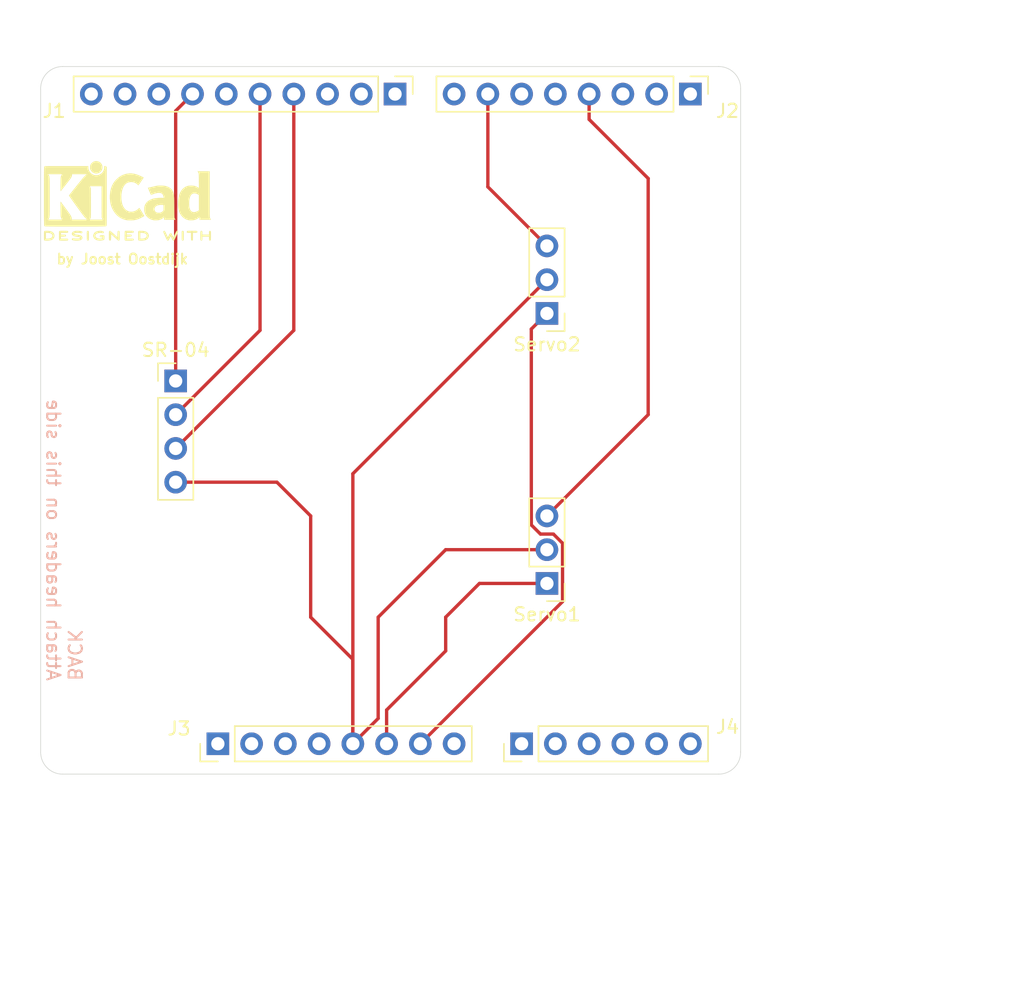
<source format=kicad_pcb>
(kicad_pcb (version 20221018) (generator pcbnew)
  (layers (0 "F.Cu" signal) (31 "B.Cu" signal) (34 "B.Paste" user) (35 "F.Paste" user) (36 "B.SilkS" user "B.Silkscreen") (37 "F.SilkS" user "F.Silkscreen") (38 "B.Mask" user) (39 "F.Mask" user) (44 "Edge.Cuts" user))
  (net 0 "")
  (net 1 "/arduino-uno-connectors/SDL")
  (net 2 "/arduino-uno-connectors/SDA")
  (net 3 "/arduino-uno-connectors/AREF")
  (net 4 "/arduino-uno-connectors/GND")
  (net 5 "/arduino-uno-connectors/13")
  (net 6 "/arduino-uno-connectors/12")
  (net 7 "/arduino-uno-connectors/11(PWM)")
  (net 8 "/arduino-uno-connectors/10(PWM)")
  (net 9 "/arduino-uno-connectors/9(PWM)")
  (net 10 "/arduino-uno-connectors/8")
  (net 11 "/arduino-uno-connectors/7")
  (net 12 "/arduino-uno-connectors/6(PWM)")
  (net 13 "/arduino-uno-connectors/5(PWM)")
  (net 14 "/arduino-uno-connectors/4")
  (net 15 "/arduino-uno-connectors/3(PWM)")
  (net 16 "/arduino-uno-connectors/2")
  (net 17 "/arduino-uno-connectors/Tx")
  (net 18 "/arduino-uno-connectors/Rx")
  (net 19 "/arduino-uno-connectors/Vin")
  (net 20 "/arduino-uno-connectors/5V")
  (net 21 "/arduino-uno-connectors/3.3V")
  (net 22 "/arduino-uno-connectors/RESET")
  (net 23 "/arduino-uno-connectors/IOREF")
  (net 25 "/arduino-uno-connectors/A5")
  (net 26 "/arduino-uno-connectors/A4")
  (net 27 "/arduino-uno-connectors/A3")
  (net 28 "/arduino-uno-connectors/A2")
  (net 29 "/arduino-uno-connectors/A1")
  (net 30 "/arduino-uno-connectors/A0")
  (footprint "Connector_PinHeader_2.54mm:PinHeader_1x10_P2.54mm_Vertical" (layer "F.Cu") (at 173.99 52.07 -90)
    (fp_text reference "J1" (at 1.27 25.654 180) (layer "F.SilkS"))
    (fp_text value "Digital")
    (pad "1" thru_hole rect (at 0 0 270) (size 1.7 1.7) (drill 1) (layers "*.Cu" "*.Mask") (net 10 "/arduino-uno-connectors/8"))
    (pad "2" thru_hole oval (at 0 2.54 270) (size 1.7 1.7) (drill 1) (layers "*.Cu" "*.Mask") (net 9 "/arduino-uno-connectors/9(PWM)"))
    (pad "3" thru_hole oval (at 0 5.08 270) (size 1.7 1.7) (drill 1) (layers "*.Cu" "*.Mask") (net 8 "/arduino-uno-connectors/10(PWM)"))
    (pad "4" thru_hole oval (at 0 7.62 270) (size 1.7 1.7) (drill 1) (layers "*.Cu" "*.Mask") (net 7 "/arduino-uno-connectors/11(PWM)"))
    (pad "5" thru_hole oval (at 0 10.16 270) (size 1.7 1.7) (drill 1) (layers "*.Cu" "*.Mask") (net 6 "/arduino-uno-connectors/12"))
    (pad "6" thru_hole oval (at 0 12.7 270) (size 1.7 1.7) (drill 1) (layers "*.Cu" "*.Mask") (net 5 "/arduino-uno-connectors/13"))
    (pad "7" thru_hole oval (at 0 15.24 270) (size 1.7 1.7) (drill 1) (layers "*.Cu" "*.Mask") (net 4 "/arduino-uno-connectors/GND"))
    (pad "8" thru_hole oval (at 0 17.78 270) (size 1.7 1.7) (drill 1) (layers "*.Cu" "*.Mask") (net 3 "/arduino-uno-connectors/AREF"))
    (pad "9" thru_hole oval (at 0 20.32 270) (size 1.7 1.7) (drill 1) (layers "*.Cu" "*.Mask") (net 2 "/arduino-uno-connectors/SDA"))
    (pad "10" thru_hole oval (at 0 22.86 270) (size 1.7 1.7) (drill 1) (layers "*.Cu" "*.Mask") (net 1 "/arduino-uno-connectors/SDL"))
  )
  (footprint "Connector_PinHeader_2.54mm:PinHeader_1x08_P2.54mm_Vertical" (layer "F.Cu") (at 196.215 52.07 -90)
    (fp_text reference "J2" (at 1.27 -2.794 180) (layer "F.SilkS"))
    (fp_text value "Digital")
    (pad "1" thru_hole rect (at 0 0 270) (size 1.7 1.7) (drill 1) (layers "*.Cu" "*.Mask") (net 18 "/arduino-uno-connectors/Rx"))
    (pad "2" thru_hole oval (at 0 2.54 270) (size 1.7 1.7) (drill 1) (layers "*.Cu" "*.Mask") (net 17 "/arduino-uno-connectors/Tx"))
    (pad "3" thru_hole oval (at 0 5.08 270) (size 1.7 1.7) (drill 1) (layers "*.Cu" "*.Mask") (net 16 "/arduino-uno-connectors/2"))
    (pad "4" thru_hole oval (at 0 7.62 270) (size 1.7 1.7) (drill 1) (layers "*.Cu" "*.Mask") (net 15 "/arduino-uno-connectors/3(PWM)"))
    (pad "5" thru_hole oval (at 0 10.16 270) (size 1.7 1.7) (drill 1) (layers "*.Cu" "*.Mask") (net 14 "/arduino-uno-connectors/4"))
    (pad "6" thru_hole oval (at 0 12.7 270) (size 1.7 1.7) (drill 1) (layers "*.Cu" "*.Mask") (net 13 "/arduino-uno-connectors/5(PWM)"))
    (pad "7" thru_hole oval (at 0 15.24 270) (size 1.7 1.7) (drill 1) (layers "*.Cu" "*.Mask") (net 12 "/arduino-uno-connectors/6(PWM)"))
    (pad "8" thru_hole oval (at 0 17.78 270) (size 1.7 1.7) (drill 1) (layers "*.Cu" "*.Mask") (net 11 "/arduino-uno-connectors/7"))
  )
  (footprint "Connector_PinHeader_2.54mm:PinHeader_1x08_P2.54mm_Vertical" (layer "F.Cu") (at 160.655 100.965 90)
    (fp_text reference "J3" (at 1.143 -2.921 180) (layer "F.SilkS"))
    (fp_text value "POWER")
    (pad "1" thru_hole rect (at 0 0 90) (size 1.7 1.7) (drill 1) (layers "*.Cu" "*.Mask"))
    (pad "2" thru_hole oval (at 0 2.54 90) (size 1.7 1.7) (drill 1) (layers "*.Cu" "*.Mask") (net 23 "/arduino-uno-connectors/IOREF"))
    (pad "3" thru_hole oval (at 0 5.08 90) (size 1.7 1.7) (drill 1) (layers "*.Cu" "*.Mask") (net 22 "/arduino-uno-connectors/RESET"))
    (pad "4" thru_hole oval (at 0 7.62 90) (size 1.7 1.7) (drill 1) (layers "*.Cu" "*.Mask") (net 21 "/arduino-uno-connectors/3.3V"))
    (pad "5" thru_hole oval (at 0 10.16 90) (size 1.7 1.7) (drill 1) (layers "*.Cu" "*.Mask") (net 20 "/arduino-uno-connectors/5V"))
    (pad "6" thru_hole oval (at 0 12.7 90) (size 1.7 1.7) (drill 1) (layers "*.Cu" "*.Mask") (net 4 "/arduino-uno-connectors/GND"))
    (pad "7" thru_hole oval (at 0 15.24 90) (size 1.7 1.7) (drill 1) (layers "*.Cu" "*.Mask") (net 4 "/arduino-uno-connectors/GND"))
    (pad "8" thru_hole oval (at 0 17.78 90) (size 1.7 1.7) (drill 1) (layers "*.Cu" "*.Mask") (net 19 "/arduino-uno-connectors/Vin"))
  )
  (footprint "Connector_PinHeader_2.54mm:PinHeader_1x06_P2.54mm_Vertical" (layer "F.Cu") (at 183.515 100.965 90)
    (fp_text reference "J4" (at 1.27 15.494 180) (layer "F.SilkS"))
    (fp_text value "Analog IN")
    (pad "1" thru_hole rect (at 0 0 90) (size 1.7 1.7) (drill 1) (layers "*.Cu" "*.Mask") (net 30 "/arduino-uno-connectors/A0"))
    (pad "2" thru_hole oval (at 0 2.54 90) (size 1.7 1.7) (drill 1) (layers "*.Cu" "*.Mask") (net 29 "/arduino-uno-connectors/A1"))
    (pad "3" thru_hole oval (at 0 5.08 90) (size 1.7 1.7) (drill 1) (layers "*.Cu" "*.Mask") (net 28 "/arduino-uno-connectors/A2"))
    (pad "4" thru_hole oval (at 0 7.62 90) (size 1.7 1.7) (drill 1) (layers "*.Cu" "*.Mask") (net 27 "/arduino-uno-connectors/A3"))
    (pad "5" thru_hole oval (at 0 10.16 90) (size 1.7 1.7) (drill 1) (layers "*.Cu" "*.Mask") (net 26 "/arduino-uno-connectors/A4"))
    (pad "6" thru_hole oval (at 0 12.7 90) (size 1.7 1.7) (drill 1) (layers "*.Cu" "*.Mask") (net 25 "/arduino-uno-connectors/A5"))
  )
  (footprint "Symbol:KiCad-Logo2_5mm_SilkScreen" (layer "F.Cu") (at 153.8478 60.0964)
    (fp_text reference "REF**" hide)
    (fp_text value "KiCad-Logo2_5mm_SilkScreen" hide)
  )
  (footprint "Connector_PinHeader_2.54mm:PinHeader_1x03_P2.54mm_Vertical" (layer "F.Cu") (at 185.42 68.58 180)
    (fp_text reference "Servo2" (at 0 -2.33) (layer "F.SilkS"))
    (fp_text value "PinHeader_1x03_P2.54mm_Vertical")
    (pad "1" thru_hole rect (at 0 0 180) (size 1.7 1.7) (drill 1) (layers "*.Cu" "*.Mask") (net 4 "/arduino-uno-connectors/GND"))
    (pad "2" thru_hole oval (at 0 2.54 180) (size 1.7 1.7) (drill 1) (layers "*.Cu" "*.Mask") (net 20 "/arduino-uno-connectors/5V"))
    (pad "3" thru_hole oval (at 0 5.08 180) (size 1.7 1.7) (drill 1) (layers "*.Cu" "*.Mask") (net 12 "/arduino-uno-connectors/6(PWM)"))
  )
  (footprint "Connector_PinHeader_2.54mm:PinHeader_1x04_P2.54mm_Vertical" (layer "F.Cu") (at 157.48 73.66)
    (fp_text reference "SR-04" (at 0 -2.33) (layer "F.SilkS"))
    (fp_text value "PinHeader_1x04_P2.54mm_Vertical")
    (pad "1" thru_hole rect (at 0 0) (size 1.7 1.7) (drill 1) (layers "*.Cu" "*.Mask") (net 4 "/arduino-uno-connectors/GND"))
    (pad "2" thru_hole oval (at 0 2.54) (size 1.7 1.7) (drill 1) (layers "*.Cu" "*.Mask") (net 6 "/arduino-uno-connectors/12"))
    (pad "3" thru_hole oval (at 0 5.08) (size 1.7 1.7) (drill 1) (layers "*.Cu" "*.Mask") (net 7 "/arduino-uno-connectors/11(PWM)"))
    (pad "4" thru_hole oval (at 0 7.62) (size 1.7 1.7) (drill 1) (layers "*.Cu" "*.Mask") (net 20 "/arduino-uno-connectors/5V"))
  )
  (footprint "Connector_PinHeader_2.54mm:PinHeader_1x03_P2.54mm_Vertical" (layer "F.Cu") (at 185.42 88.9 180)
    (fp_text reference "Servo1" (at 0 -2.33) (layer "F.SilkS"))
    (fp_text value "PinHeader_1x03_P2.54mm_Vertical")
    (pad "1" thru_hole rect (at 0 0 180) (size 1.7 1.7) (drill 1) (layers "*.Cu" "*.Mask") (net 4 "/arduino-uno-connectors/GND"))
    (pad "2" thru_hole oval (at 0 2.54 180) (size 1.7 1.7) (drill 1) (layers "*.Cu" "*.Mask") (net 20 "/arduino-uno-connectors/5V"))
    (pad "3" thru_hole oval (at 0 5.08 180) (size 1.7 1.7) (drill 1) (layers "*.Cu" "*.Mask") (net 15 "/arduino-uno-connectors/3(PWM)"))
  )
  (gr_arc (start 148.971 103.251) (mid 147.803567 102.767433) (end 147.32 101.6) (stroke (width 0.05)) (layer "Edge.Cuts"))
  (gr_arc (start 147.32 51.6509) (mid 147.803567 50.483467) (end 148.971 49.9999) (stroke (width 0.05)) (layer "Edge.Cuts"))
  (gr_arc (start 198.3486 49.9999) (mid 199.516033 50.483467) (end 199.9996 51.6509) (stroke (width 0.05)) (layer "Edge.Cuts"))
  (gr_line (start 199.9996 51.6509) (end 199.9996 101.5619) (stroke (width 0.05)) (layer "Edge.Cuts"))
  (gr_line (start 199.9996 101.6) (end 199.9996 101.5619) (stroke (width 0.05)) (layer "Edge.Cuts"))
  (gr_line (start 147.32 101.6) (end 147.32 51.6509) (stroke (width 0.05)) (layer "Edge.Cuts"))
  (gr_line (start 148.971 49.9999) (end 198.3486 49.9999) (stroke (width 0.05)) (layer "Edge.Cuts"))
  (gr_arc (start 199.9996 101.6) (mid 199.516033 102.767433) (end 198.3486 103.251) (stroke (width 0.05)) (layer "Edge.Cuts"))
  (gr_line (start 198.3486 103.251) (end 148.971 103.251) (stroke (width 0.05)) (layer "Edge.Cuts"))
  (gr_text "BACK\nAttach headers on this side" (at 149.0726 96.3168 270) (layer "B.SilkS") (effects (font (size 1 1)) (justify left mirror)))
  (gr_text "by Joost Oostdijk" (at 153.4668 64.4906) (layer "F.SilkS") (effects (font (size 0.75 0.75))))
  (segment (start 185.42 68.58) (end 184.245 69.755) (width 0.25) (layer "F.Cu") (net 4))
  (segment (start 184.245 69.755) (end 184.245 84.496701) (width 0.25) (layer "F.Cu") (net 4))
  (segment (start 186.595 85.873299) (end 186.595 90.265) (width 0.25) (layer "F.Cu") (net 4))
  (segment (start 157.48 53.34) (end 158.75 52.07) (width 0.25) (layer "F.Cu") (net 4))
  (segment (start 177.8 91.44) (end 177.8 93.98) (width 0.25) (layer "F.Cu") (net 4))
  (segment (start 173.355 98.425) (end 173.355 100.965) (width 0.25) (layer "F.Cu") (net 4))
  (segment (start 157.48 73.66) (end 157.48 53.34) (width 0.25) (layer "F.Cu") (net 4))
  (segment (start 184.933299 85.185) (end 185.906701 85.185) (width 0.25) (layer "F.Cu") (net 4))
  (segment (start 184.245 84.496701) (end 184.933299 85.185) (width 0.25) (layer "F.Cu") (net 4))
  (segment (start 177.8 93.98) (end 173.355 98.425) (width 0.25) (layer "F.Cu") (net 4))
  (segment (start 180.34 88.9) (end 177.8 91.44) (width 0.25) (layer "F.Cu") (net 4))
  (segment (start 186.595 90.265) (end 175.895 100.965) (width 0.25) (layer "F.Cu") (net 4))
  (segment (start 185.42 88.9) (end 180.34 88.9) (width 0.25) (layer "F.Cu") (net 4))
  (segment (start 185.906701 85.185) (end 186.595 85.873299) (width 0.25) (layer "F.Cu") (net 4))
  (segment (start 163.83 69.85) (end 163.83 52.07) (width 0.25) (layer "F.Cu") (net 6))
  (segment (start 157.48 76.2) (end 163.83 69.85) (width 0.25) (layer "F.Cu") (net 6))
  (segment (start 166.37 69.85) (end 166.37 52.07) (width 0.25) (layer "F.Cu") (net 7))
  (segment (start 157.48 78.74) (end 166.37 69.85) (width 0.25) (layer "F.Cu") (net 7))
  (segment (start 180.975 59.055) (end 180.975 52.07) (width 0.25) (layer "F.Cu") (net 12))
  (segment (start 185.42 63.5) (end 180.975 59.055) (width 0.25) (layer "F.Cu") (net 12))
  (segment (start 188.595 53.975) (end 188.595 52.07) (width 0.25) (layer "F.Cu") (net 15))
  (segment (start 185.42 83.82) (end 193.04 76.2) (width 0.25) (layer "F.Cu") (net 15))
  (segment (start 193.04 58.42) (end 188.595 53.975) (width 0.25) (layer "F.Cu") (net 15))
  (segment (start 193.04 76.2) (end 193.04 58.42) (width 0.25) (layer "F.Cu") (net 15))
  (segment (start 167.64 91.44) (end 170.815 94.615) (width 0.25) (layer "F.Cu") (net 20))
  (segment (start 167.64 83.82) (end 167.64 91.44) (width 0.25) (layer "F.Cu") (net 20))
  (segment (start 157.48 81.28) (end 165.1 81.28) (width 0.25) (layer "F.Cu") (net 20))
  (segment (start 185.42 86.36) (end 177.8 86.36) (width 0.25) (layer "F.Cu") (net 20))
  (segment (start 165.1 81.28) (end 167.64 83.82) (width 0.25) (layer "F.Cu") (net 20))
  (segment (start 177.8 86.36) (end 172.72 91.44) (width 0.25) (layer "F.Cu") (net 20))
  (segment (start 170.815 94.615) (end 170.815 100.965) (width 0.25) (layer "F.Cu") (net 20))
  (segment (start 172.72 99.06) (end 170.815 100.965) (width 0.25) (layer "F.Cu") (net 20))
  (segment (start 172.72 91.44) (end 172.72 99.06) (width 0.25) (layer "F.Cu") (net 20))
  (segment (start 170.815 80.645) (end 170.815 100.965) (width 0.25) (layer "F.Cu") (net 20))
  (segment (start 185.42 66.04) (end 170.815 80.645) (width 0.25) (layer "F.Cu") (net 20))
)
</source>
